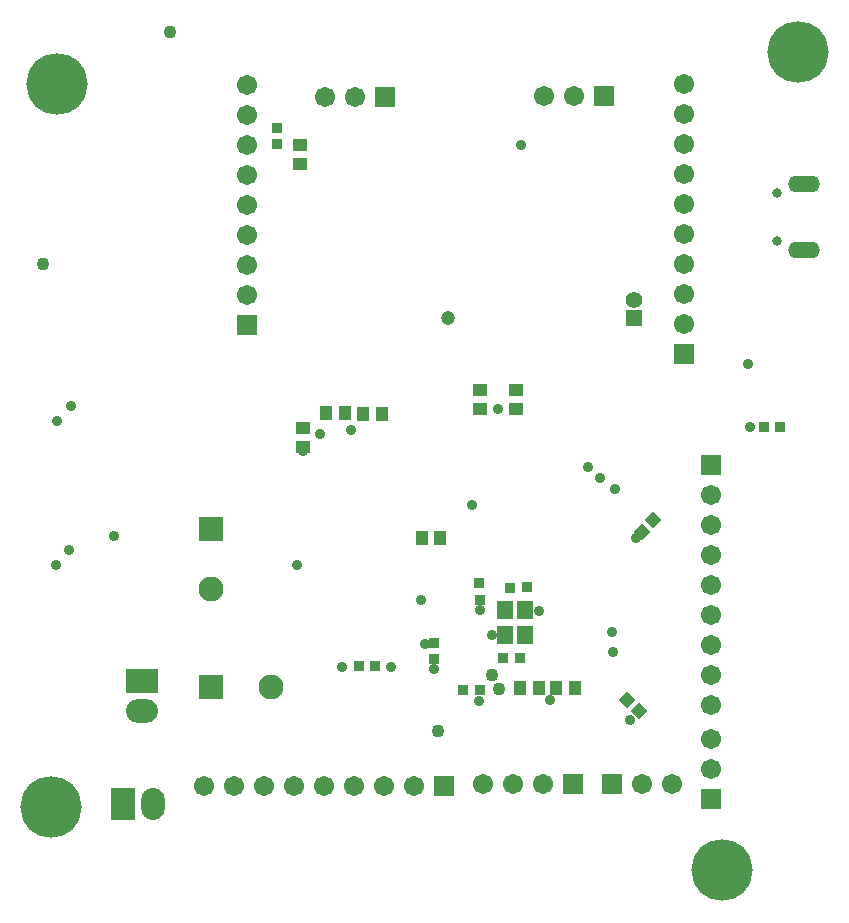
<source format=gbs>
G04*
G04 #@! TF.GenerationSoftware,Altium Limited,Altium Designer,20.0.13 (296)*
G04*
G04 Layer_Color=16711935*
%FSLAX44Y44*%
%MOMM*%
G71*
G01*
G75*
%ADD57R,1.0032X1.1682*%
%ADD60R,1.1682X1.0032*%
%ADD61R,0.9652X0.9652*%
%ADD69R,0.9652X0.9652*%
%ADD79R,1.7032X1.7032*%
%ADD80C,1.7032*%
%ADD81R,1.7032X1.7032*%
%ADD82C,0.8032*%
%ADD83O,2.7032X1.4032*%
%ADD84C,2.1032*%
%ADD85R,2.1032X2.1032*%
%ADD86R,2.1032X2.1032*%
%ADD87R,1.4032X1.4032*%
%ADD88C,1.4032*%
%ADD89R,2.7032X2.0032*%
%ADD90O,2.7032X2.0032*%
%ADD91R,2.0032X2.7032*%
%ADD92O,2.0032X2.7032*%
%ADD93C,0.9032*%
%ADD94C,1.1032*%
%ADD95C,1.2032*%
%ADD96C,5.2032*%
%ADD122R,1.4032X1.5032*%
%ADD123P,1.3650X4X360.0*%
%ADD124P,1.3650X4X270.0*%
D57*
X249010Y333050D02*
D03*
X233010D02*
D03*
X313760Y227800D02*
D03*
X329760D02*
D03*
X428010Y100800D02*
D03*
X444010D02*
D03*
X397010D02*
D03*
X413010D02*
D03*
X264260Y332800D02*
D03*
X280260Y332800D02*
D03*
D60*
X394010Y336550D02*
D03*
Y352550D02*
D03*
X363010Y336550D02*
D03*
Y352550D02*
D03*
X211260Y560550D02*
D03*
Y544550D02*
D03*
X213010Y320800D02*
D03*
Y304800D02*
D03*
D61*
X260583Y118882D02*
D03*
X274553Y119136D02*
D03*
X403010Y185800D02*
D03*
X389040Y185546D02*
D03*
X396980Y126054D02*
D03*
X383010Y125800D02*
D03*
X349010Y99050D02*
D03*
X362980Y99304D02*
D03*
X617520Y321904D02*
D03*
X603550Y321650D02*
D03*
D69*
X191510Y574800D02*
D03*
X191764Y560830D02*
D03*
X362756Y189270D02*
D03*
X363010Y175300D02*
D03*
X324006Y138770D02*
D03*
X324260Y124800D02*
D03*
D79*
X558800Y6350D02*
D03*
Y289560D02*
D03*
X536090Y383130D02*
D03*
X166090Y408385D02*
D03*
D80*
X558800Y31750D02*
D03*
Y57150D02*
D03*
X307340Y17780D02*
D03*
X281940D02*
D03*
X256540D02*
D03*
X231140D02*
D03*
X205740D02*
D03*
X180340D02*
D03*
X154940D02*
D03*
X129540D02*
D03*
X558800Y264160D02*
D03*
Y238760D02*
D03*
Y213360D02*
D03*
Y187960D02*
D03*
Y162560D02*
D03*
Y137160D02*
D03*
Y111760D02*
D03*
Y86360D02*
D03*
X500380Y19050D02*
D03*
X525780D02*
D03*
X443230Y601980D02*
D03*
X417830D02*
D03*
X232410Y600710D02*
D03*
X257810D02*
D03*
X536090Y611730D02*
D03*
Y586330D02*
D03*
Y560930D02*
D03*
Y535530D02*
D03*
Y510130D02*
D03*
Y484730D02*
D03*
Y459330D02*
D03*
Y433930D02*
D03*
Y408530D02*
D03*
X166090Y433785D02*
D03*
Y459185D02*
D03*
Y484585D02*
D03*
Y509985D02*
D03*
Y535385D02*
D03*
Y560785D02*
D03*
Y586185D02*
D03*
Y611585D02*
D03*
X365760Y19050D02*
D03*
X391160D02*
D03*
X416560D02*
D03*
D81*
X332740Y17780D02*
D03*
X474980Y19050D02*
D03*
X468630Y601980D02*
D03*
X283210Y600710D02*
D03*
X441960Y19050D02*
D03*
D82*
X614540Y519420D02*
D03*
X614540Y479420D02*
D03*
D83*
X637540Y471170D02*
D03*
Y527670D02*
D03*
D84*
X135890Y184150D02*
D03*
X186690Y101600D02*
D03*
D85*
X135890Y234950D02*
D03*
D86*
Y101600D02*
D03*
D87*
X494030Y414020D02*
D03*
D88*
Y429020D02*
D03*
D89*
X77470Y106680D02*
D03*
D90*
Y81280D02*
D03*
D91*
X60960Y2540D02*
D03*
D92*
X86360D02*
D03*
D93*
X213500Y301000D02*
D03*
X246750Y118000D02*
D03*
X324260Y116300D02*
D03*
X317010Y138050D02*
D03*
X287570Y118110D02*
D03*
X362830Y89480D02*
D03*
X228010Y315800D02*
D03*
X254260Y319050D02*
D03*
X356260Y255300D02*
D03*
X208260Y204800D02*
D03*
X53352Y229708D02*
D03*
X16872Y339128D02*
D03*
X5188Y326628D02*
D03*
X3918Y204708D02*
D03*
X15602Y217208D02*
D03*
X313260Y175300D02*
D03*
X378510Y336550D02*
D03*
X363010Y167050D02*
D03*
X490210Y73750D02*
D03*
X495260Y227550D02*
D03*
X590510Y374800D02*
D03*
X397830Y560730D02*
D03*
X591510Y321800D02*
D03*
X477510Y269300D02*
D03*
X465260Y278800D02*
D03*
X454510Y287714D02*
D03*
X422830Y90730D02*
D03*
X475260Y148050D02*
D03*
X475760Y131300D02*
D03*
X413010Y165800D02*
D03*
X373010Y145800D02*
D03*
D94*
X373260Y111800D02*
D03*
X327760Y64300D02*
D03*
X379010Y99800D02*
D03*
X-6740Y460004D02*
D03*
X100510Y656050D02*
D03*
D95*
X336540Y414020D02*
D03*
D96*
X632460Y638810D02*
D03*
X5080Y612140D02*
D03*
X0Y0D02*
D03*
X568260Y-53700D02*
D03*
D122*
X384510Y166300D02*
D03*
Y145300D02*
D03*
X401510D02*
D03*
Y166300D02*
D03*
D123*
X487952Y90499D02*
D03*
X498010Y80800D02*
D03*
D124*
X509760Y242550D02*
D03*
X500061Y232492D02*
D03*
M02*

</source>
